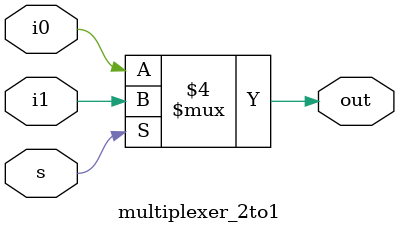
<source format=v>
module multiplexer_2to1 (i0, i1, s, out);

    input wire i0;
    input wire i1;
    input wire s;
    output reg out;

    always @(s) begin
      if (s == 1'b0)
        out = i0;
      else
        out = i1;
    end

endmodule

</source>
